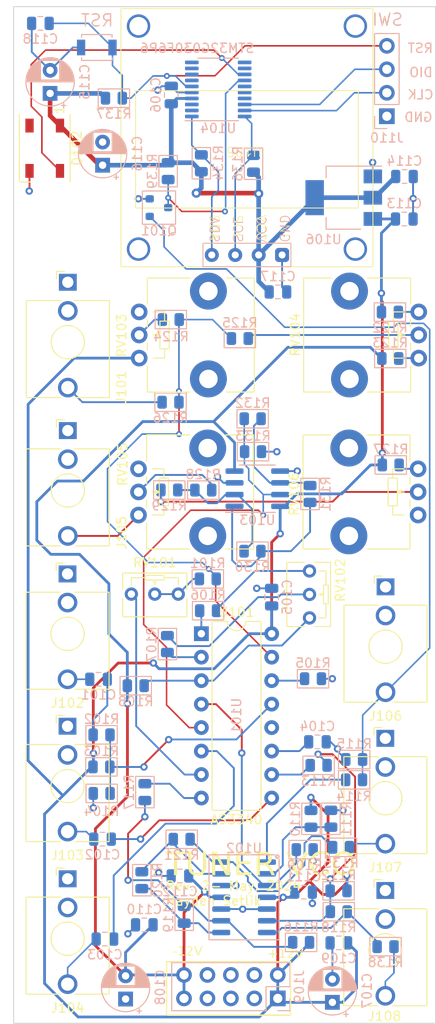
<source format=kicad_pcb>
(kicad_pcb (version 20221018) (generator pcbnew)
  (layers (0 "F.Cu" signal) (1 "In1.Cu" signal) (2 "In2.Cu" signal) (31 "B.Cu" signal) (34 "B.Paste" user) (35 "F.Paste" user) (36 "B.SilkS" user "B.Silkscreen") (37 "F.SilkS" user "F.Silkscreen") (38 "B.Mask" user) (39 "F.Mask" user) (44 "Edge.Cuts" user))
  (net 0 "")
  (net 1 "Net-(C101-Pad2)")
  (net 2 "Net-(U101-HSync)")
  (net 3 "FM")
  (net 4 "Net-(U101-SSync)")
  (net 5 "HS")
  (net 6 "Net-(U101-TCAP)")
  (net 7 "SS")
  (net 9 "Net-(J101-PadT)")
  (net 12 "PULSE_OUT")
  (net 15 "Net-(J105-PadT)")
  (net 20 "PITCH_CV")
  (net 21 "TRI_OUT")
  (net 22 "SAW_OUT")
  (net 23 "PWM_CV")
  (net 24 "SDA")
  (net 25 "SCL")
  (net 26 "V_INTR")
  (net 27 "Net-(R101-Pad2)")
  (net 28 "Net-(U101-LinFM)")
  (net 29 "Net-(U101-Scale)")
  (net 30 "Net-(R106-Pad1)")
  (net 31 "Net-(U101-SCALE1)")
  (net 32 "Net-(R107-Pad1)")
  (net 33 "Net-(U101-SCALE2)")
  (net 34 "Net-(U101-VEE)")
  (net 35 "Net-(U101-PULSE)")
  (net 36 "Net-(U102A--)")
  (net 37 "Net-(U102B--)")
  (net 38 "Net-(U101-TRI)")
  (net 39 "Net-(U102C--)")
  (net 40 "Net-(U101-SAW)")
  (net 41 "Net-(R118-Pad2)")
  (net 42 "Net-(R119-Pad2)")
  (net 43 "Net-(U102D--)")
  (net 44 "Net-(R121-Pad2)")
  (net 45 "Net-(R122-Pad2)")
  (net 46 "Net-(R123-Pad1)")
  (net 47 "Net-(R124-Pad1)")
  (net 48 "Net-(R125-Pad1)")
  (net 49 "Net-(R127-Pad1)")
  (net 50 "Net-(R128-Pad1)")
  (net 51 "Net-(U103A--)")
  (net 52 "Net-(R129-Pad1)")
  (net 53 "Net-(R130-Pad2)")
  (net 54 "Net-(U103B--)")
  (net 55 "Net-(U101-HFTrack)")
  (net 56 "Net-(R114-Pad1)")
  (net 57 "+12V")
  (net 58 "GND")
  (net 59 "+3.3V")
  (net 60 "-12V")
  (net 61 "PIXEL")
  (net 62 "SWCLK")
  (net 63 "SWDIO")
  (net 64 "NRST")
  (footprint "Package_DIP:DIP-16_W7.62mm" (layer "F.Cu") (at 20.34 67.85)
    (fp_text reference "U101")
    (fp_text value "AS3340")
  )
  (footprint "Connector_Audio:Jack_3.5mm_QingPu_WQP-PJ398SM_Vertical_CircularHoles" (layer "F.Cu") (at 40.278099 79.169478)
    (fp_text reference "J107")
    (fp_text value "Saw")
  )
  (footprint "PCM_Potentiometer_THT_AKL:Potentiometer_Bourns_3266Y_Vertical" (layer "F.Cu") (at 17.835 63.565)
    (fp_text reference "RV101")
    (fp_text value "20k Trim2" hide)
  )
  (footprint "Connector_Audio:Jack_3.5mm_QingPu_WQP-PJ398SM_Vertical_CircularHoles" (layer "F.Cu") (at 5.84 77.86)
    (fp_text reference "J103")
    (fp_text value "HARD SYNC")
  )
  (footprint "Connector_Audio:Jack_3.5mm_QingPu_WQP-PJ398SM_Vertical_CircularHoles" (layer "F.Cu") (at 5.84 61.38)
    (fp_text reference "J102")
    (fp_text value "FM")
  )
  (footprint "Display:SSD1306_OLED_128x64" (layer "F.Cu") (at 38.9325 28.14 180)
    (fp_text reference "U105")
    (fp_text value "~")
  )
  (footprint "PCM_Potentiometer_THT_AKL:Potentiometer_Alps_RK09L_Single_Vertical" (layer "F.Cu") (at 43.825 50.01 180)
    (fp_text reference "RV106")
    (fp_text value "10k Pulse Width" hide)
  )
  (footprint "Connector_Audio:Jack_3.5mm_QingPu_WQP-PJ398SM_Vertical_CircularHoles" (layer "F.Cu") (at 5.87 29.82)
    (fp_text reference "J101")
    (fp_text value "1V/OCT")
  )
  (footprint "Connector_Audio:Jack_3.5mm_QingPu_WQP-PJ398SM_Vertical_CircularHoles" (layer "F.Cu") (at 5.85 94.37)
    (fp_text reference "J104")
    (fp_text value "SOFT SYNC")
  )
  (footprint "LED_SMD:LED_WS2812B_PLCC4_5.0x5.0mm_P3.2mm" (layer "F.Cu") (at 3.37 15.32 -90)
    (fp_text reference "D102")
    (fp_text value "WS2812B")
  )
  (footprint "Connector_Audio:Jack_3.5mm_QingPu_WQP-PJ398SM_Vertical_CircularHoles" (layer "F.Cu") (at 40.278099 95.629478)
    (fp_text reference "J108")
    (fp_text value "Triangle")
  )
  (footprint "PCM_Potentiometer_THT_AKL:Potentiometer_Alps_RK09L_Single_Vertical" (layer "F.Cu") (at 43.895 33.03 180)
    (fp_text reference "RV104")
    (fp_text value "10k Fine" hide)
  )
  (footprint "PCM_Potentiometer_THT_AKL:Potentiometer_Alps_RK09L_Single_Vertical" (layer "F.Cu") (at 13.53 55.01)
    (fp_text reference "RV105")
    (fp_text value "10k PWM Depth" hide)
  )
  (footprint "PCM_Potentiometer_THT_AKL:Potentiometer_Bourns_3266Y_Vertical" (layer "F.Cu") (at 32.06 66.14 -90)
    (fp_text reference "RV102")
    (fp_text value "10k Trim1" hide)
  )
  (footprint "PCM_Potentiometer_THT_AKL:Potentiometer_Alps_RK09L_Single_Vertical" (layer "F.Cu") (at 13.605 38.03)
    (fp_text reference "RV103")
    (fp_text value "10k Coarse" hide)
  )
  (footprint "Connector_Audio:Jack_3.5mm_QingPu_WQP-PJ398SM_Vertical_CircularHoles" (layer "F.Cu") (at 5.87 45.87)
    (fp_text reference "J105")
    (fp_text value "PWM")
  )
  (footprint "Connector_Audio:Jack_3.5mm_QingPu_WQP-PJ398SM_Vertical_CircularHoles" (layer "F.Cu") (at 40.298099 62.779478)
    (fp_text reference "J106")
    (fp_text value "Pulse")
  )
  (footprint "PCM_Resistor_SMD_AKL:R_0805_2012Metric" (layer "B.Cu") (at 10.8625 9.905)
    (fp_text reference "R137")
    (fp_text value "47k" hide)
  )
  (footprint "Capacitor_SMD:C_0805_2012Metric" (layer "B.Cu") (at 17.08 9.56 -90)
    (fp_text reference "C106")
    (fp_text value "100n")
  )
  (footprint "PCM_Resistor_SMD_AKL:R_0805_2012Metric" (layer "B.Cu") (at 35.21 95.67 180)
    (fp_text reference "R112")
    (fp_text value "220k" hide)
  )
  (footprint "PCM_Resistor_SMD_AKL:R_0805_2012Metric" (layer "B.Cu") (at 32.22 87.88 -90)
    (fp_text reference "R110")
    (fp_text value "100k" hide)
  )
  (footprint "PCM_Resistor_SMD_AKL:R_0805_2012Metric" (layer "B.Cu") (at 36.9025 81.46 180)
    (fp_text reference "R115")
    (fp_text value "2k2" hide)
  )
  (footprint "PCM_Resistor_SMD_AKL:R_0805_2012Metric" (layer "B.Cu") (at 20.55 52.31 180)
    (fp_text reference "R128")
    (fp_text value "100k" hide)
  )
  (footprint "PCM_Resistor_SMD_AKL:R_0805_2012Metric" (layer "B.Cu") (at 9.54 85.13)
    (fp_text reference "R104")
    (fp_text value "470" hide)
  )
  (footprint "Capacitor_SMD:C_0805_2012Metric" (layer "B.Cu") (at 18.02 94.06)
    (fp_text reference "C112")
    (fp_text value "100n")
  )
  (footprint "Connector_PinHeader_2.54mm:PinHeader_1x04_P2.54mm_Vertical" (layer "B.Cu") (at 40.44 11.86)
    (fp_text reference "J110")
    (fp_text value "SWI")
  )
  (footprint "Capacitor_SMD:C_0805_2012Metric" (layer "B.Cu") (at 42.33 22.98 180)
    (fp_text reference "C113")
    (fp_text value "100n")
  )
  (footprint "Capacitor_SMD:C_0805_2012Metric" (layer "B.Cu") (at 9.89 100.89)
    (fp_text reference "C103")
    (fp_text value "1n")
  )
  (footprint "Capacitor_SMD:C_0805_2012Metric" (layer "B.Cu") (at 32.92 79.55 180)
    (fp_text reference "C104")
    (fp_text value "1n")
  )
  (footprint "Capacitor_SMD:C_0805_2012Metric" (layer "B.Cu") (at 9.2 72.78)
    (fp_text reference "C101")
    (fp_text value "100n")
  )
  (footprint "PCM_Resistor_SMD_AKL:R_0805_2012Metric" (layer "B.Cu") (at 16.66 68.97 -90)
    (fp_text reference "R107")
    (fp_text value "5k6" hide)
  )
  (footprint "Capacitor_SMD:C_0805_2012Metric" (layer "B.Cu") (at 35.24 101.3)
    (fp_text reference "C109")
    (fp_text value "220n")
  )
  (footprint "Capacitor_SMD:C_0805_2012Metric" (layer "B.Cu") (at 28.64 30.87 180)
    (fp_text reference "C117")
    (fp_text value "100n")
  )
  (footprint "PCM_Resistor_SMD_AKL:R_0805_2012Metric" (layer "B.Cu") (at 25.99 17 -90)
    (fp_text reference "R136")
    (fp_text value "R_PULLUP" hide)
  )
  (footprint "PCM_Package_SO_AKL:SOIC-14_3.9x8.7mm_P1.27mm" (layer "B.Cu") (at 24.97 96.37 180)
    (fp_text reference "U102")
    (fp_text value "TL074" hide)
  )
  (footprint "PCM_Resistor_SMD_AKL:R_0805_2012Metric" (layer "B.Cu") (at 21.04 61.92 180)
    (fp_text reference "R101")
    (fp_text value "1M" hide)
  )
  (footprint "PCM_Resistor_SMD_AKL:R_0805_2012Metric" (layer "B.Cu") (at 17.03 33.86)
    (fp_text reference "R124")
    (fp_text value "100k" hide)
  )
  (footprint "PCM_Resistor_SMD_AKL:R_0805_2012Metric" (layer "B.Cu") (at 13.23 73.475)
    (fp_text reference "R108")
    (fp_text value "680" hide)
  )
  (footprint "PCM_Resistor_SMD_AKL:R_0805_2012Metric" (layer "B.Cu") (at 18.21 90.09)
    (fp_text reference "R121")
    (fp_text value "10k" hide)
  )
  (footprint "Capacitor_SMD:C_0805_2012Metric" (layer "B.Cu") (at 9.63 90.08)
    (fp_text reference "C102")
    (fp_text value "1n")
  )
  (footprint "PCM_Resistor_SMD_AKL:R_0805_2012Metric" (layer "B.Cu") (at 17 42.8)
    (fp_text reference "R126")
    (fp_text value "100k" hide)
  )
  (footprint "PCM_Resistor_SMD_AKL:R_0805_2012Metric" (layer "B.Cu") (at 35.23 97.93)
    (fp_text reference "R118")
    (fp_text value "92k" hide)
  )
  (footprint "PCM_Resistor_SMD_AKL:R_0805_2012Metric" (layer "B.Cu") (at 31.54 91.21)
    (fp_text reference "R109")
    (fp_text value "47k" hide)
  )
  (footprint "Capacitor_SMD:C_0805_2012Metric" (layer "B.Cu") (at 31.42 95.81 180)
    (fp_text reference "C111")
    (fp_text value "100n")
  )
  (footprint "PCM_Resistor_SMD_AKL:R_0805_2012Metric" (layer "B.Cu") (at 33.05 82.09)
    (fp_text reference "R113")
    (fp_text value "47k" hide)
  )
  (footprint "PCM_Resistor_SMD_AKL:R_0805_2012Metric" (layer "B.Cu") (at 40.77 33.05)
    (fp_text reference "R122")
    (fp_text value "680k" hide)
  )
  (footprint "PCM_Resistor_SMD_AKL:R_0805_2012Metric" (layer "B.Cu") (at 34.38 87.87 90)
    (fp_text reference "R111")
    (fp_text value "100k" hide)
  )
  (footprint "Package_SO:TSSOP-20_4.4x6.5mm_P0.65mm" (layer "B.Cu") (at 22.17 8.96)
    (fp_text reference "U104")
    (fp_text value "STM32G030F6P6")
  )
  (footprint "PCM_Resistor_SMD_AKL:R_0805_2012Metric" (layer "B.Cu") (at 35.48 90.96)
    (fp_text reference "R135")
    (fp_text value "1k" hide)
  )
  (footprint "PCM_Resistor_SMD_AKL:R_0805_2012Metric" (layer "B.Cu") (at 25.94 48.15 180)
    (fp_text reference "R133")
    (fp_text value "4k7" hide)
  )
  (footprint "PCM_Package_TO_SOT_SMD_AKL:SOT-23" (layer "B.Cu") (at 15.745 21.745)
    (fp_text reference "Q101")
    (fp_text value "BC847" hide)
  )
  (footprint "PCM_Resistor_SMD_AKL:R_0805_2012Metric" (layer "B.Cu") (at 32.44 72.72 180)
    (fp_text reference "R105")
    (fp_text value "1k8" hide)
  )
  (footprint "Capacitor_SMD:C_0805_2012Metric" (layer "B.Cu") (at 27.96 63.89 90)
    (fp_text reference "C105")
    (fp_text value "100n")
  )
  (footprint "Connector_PinHeader_2.54mm:PinHeader_2x05_P2.54mm_Vertical" (layer "B.Cu") (at 28.62 107.31 90)
    (fp_text reference "J109")
    (fp_text value "POWER")
  )
  (footprint "Capacitor_SMD:C_0805_2012Metric" (layer "B.Cu") (at 42.35 18.38 180)
    (fp_text reference "C114")
    (fp_text value "100n")
  )
  (footprint "PCM_Resistor_SMD_AKL:R_0805_2012Metric" (layer "B.Cu") (at 9.5275 78.79 180)
    (fp_text reference "R102")
    (fp_text value "1M" hide)
  )
  (footprint "PCM_Resistor_SMD_AKL:R_0805_2012Metric" (layer "B.Cu") (at 20.34 16.95 -90)
    (fp_text reference "R134")
    (fp_text value "R_PULLUP" hide)
  )
  (footprint "Button_Switch_SMD:SW_SPST_B3U-1000P" (layer "B.Cu") (at 9.01 4.42 180)
    (fp_text reference "SW101" hide)
    (fp_text value "RST")
  )
  (footprint "PCM_Resistor_SMD_AKL:R_0805_2012Metric" (layer "B.Cu") (at 9.51 82.26 180)
    (fp_text reference "R103")
    (fp_text value "1M5" hide)
  )
  (footprint "PCM_Resistor_SMD_AKL:R_0805_2012Metric" (layer "B.Cu") (at 40.3 101.71)
    (fp_text reference "R138")
    (fp_text value "1k" hide)
  )
  (footprint "PCM_Resistor_SMD_AKL:R_0805_2012Metric" (layer "B.Cu") (at 25.88 58.92)
    (fp_text reference "R130")
    (fp_text value "100k" hide)
  )
  (footprint "PCM_Resistor_SMD_AKL:R_0805_2012Metric" (layer "B.Cu") (at 36.89 83.66)
    (fp_text reference "R114")
    (fp_text value "2k2" hide)
  )
  (footprint "Capacitor_THT:CP_Radial_D5.0mm_P2.50mm" (layer "B.Cu") (at 3.95 9.39 90)
    (fp_text reference "C115")
    (fp_text value "4u7")
  )
  (footprint "Package_TO_SOT_SMD:SOT-223-3_TabPin2" (layer "B.Cu") (at 35.77 20.67 180)
    (fp_text reference "U106")
    (fp_text value "AMS1117")
  )
  (footprint "PCM_Resistor_SMD_AKL:R_0805_2012Metric" (layer "B.Cu") (at 21.07 65.36 180)
    (fp_text reference "R106")
    (fp_text value "24k" hide)
  )
  (footprint "PCM_Resistor_SMD_AKL:R_0805_2012Metric" (layer "B.Cu") (at 18.48 98.26 -90)
    (fp_text reference "R119")
    (fp_text value "92k" hide)
  )
  (footprint "PCM_Resistor_SMD_AKL:R_0805_2012Metric" (layer "B.Cu") (at 40.81 38.07 180)
    (fp_text reference "R123")
    (fp_text value "680k" hide)
  )
  (footprint "PCM_Resistor_SMD_AKL:R_0805_2012Metric" (layer "B.Cu") (at 16.74 17.8 -90)
    (fp_text reference "R139")
    (fp_text value "47k" hide)
  )
  (footprint "PCM_Resistor_SMD_AKL:R_0805_2012Metric" (layer "B.Cu") (at 31.15 101.25 180)
    (fp_text reference "R116")
    (fp_text value "220k" hide)
  )
  (footprint "PCM_Resistor_SMD_AKL:R_0805_2012Metric" (layer "B.Cu") (at 16.87 52.3)
    (fp_text reference "R129")
    (fp_text value "100k" hide)
  )
  (footprint "Capacitor_THT:CP_Radial_D5.0mm_P2.50mm" (layer "B.Cu") (at 9.64 17.155113 90)
    (fp_text reference "C116")
    (fp_text value "10u")
  )
  (footprint "Capacitor_THT:CP_Radial_D5.0mm_P2.50mm" (layer "B.Cu") (at 12.13 107.375113 90)
    (fp_text reference "C108")
    (fp_text value "4u7")
  )
  (footprint "Capacitor_SMD:C_0805_2012Metric" (layer "B.Cu") (at 14.16 99.35 180)
    (fp_text reference "C110")
    (fp_text value "220n")
  )
  (footprint "Capacitor_THT:CP_Radial_D5.0mm_P2.50mm" (layer "B.Cu") (at 34.54 107.735112 90)
    (fp_text reference "C107")
    (fp_text value "4u7")
  )
  (footprint "PCM_Resistor_SMD_AKL:R_0805_2012Metric" (layer "B.Cu") (at 25.9 44.59 180)
    (fp_text reference "R132")
    (fp_text value "100k" hide)
  )
  (footprint "PCM_Resistor_SMD_AKL:R_0805_2012Metric" (layer "B.Cu") (at 40.86 49.59 180)
    (fp_text reference "R127")
    (fp_text value "12k" hide)
  )
  (footprint "PCM_Resistor_SMD_AKL:R_0805_2012Metric" (layer "B.Cu") (at 24.51 35.91 180)
    (fp_text reference "R125")
    (fp_text value "100k" hide)
  )
  (footprint "PCM_Resistor_SMD_AKL:R_0805_2012Metric" (layer "B.Cu") (at 14.22 84.99 -90)
    (fp_text reference "R117")
    (fp_text value "92k" hide)
  )
  (footprint "PCM_Resistor_SMD_AKL:R_0805_2012Metric" (layer "B.Cu") (at 13.89 94.52 90)
    (fp_text reference "R120")
    (fp_text value "10k" hide)
  )
  (footprint "Package_SO:SOIC-8_3.9x4.9mm_P1.27mm" (layer "B.Cu") (at 26.41 52.16)
    (fp_text reference "U103")
    (fp_text value "TL072")
  )
  (footprint "PCM_Resistor_SMD_AKL:R_0805_2012Metric" (layer "B.Cu") (at 32.12 52.73 90)
    (fp_text reference "R131")
    (fp_text value "100k" hide)
  )
  (footprint "Capacitor_SMD:C_0805_2012Metric" (layer "B.Cu") (at 2.9 1.81)
    (fp_text reference "C118")
    (fp_text value "100n")
  )
  (gr_rect (start 16.57 103.34) (end 30.01 109.12) (stroke (width 0.15)) (fill none) (layer "F.SilkS"))
  (gr_rect (start 0 0) (end 45.72 110) (stroke (width 0.1)) (fill none) (layer "Edge.Cuts"))
  (gr_text "RST" (at 10.91 2.25) (layer "B.SilkS") (effects (font (size 1.3 1.3)) (justify left bottom mirror)))
  (gr_text "GND" (at 45.48 12.55) (layer "B.SilkS") (effects (font (size 1 1)) (justify left bottom mirror)))
  (gr_text "SWI" (at 42.28 2.17) (layer "B.SilkS") (effects (font (size 1.3 1.3)) (justify left bottom mirror)))
  (gr_text "CLK" (at 45.59 10.11) (layer "B.SilkS") (effects (font (size 1 1)) (justify left bottom mirror)))
  (gr_text "DIO" (at 45.5 7.7) (layer "B.SilkS") (effects (font (size 1 1)) (justify left bottom mirror)))
  (gr_text "RST" (at 45.53 5.08) (layer "B.SilkS") (effects (font (size 1 1)) (justify left bottom mirror)))
  (gr_text "-12V" (at 17.24 102.85) (layer "F.SilkS") (effects (font (size 1 1)) (justify left bottom)))
  (gr_text "Rev. 2- May. 2024\nHayden Setlik" (at 16.39 97.34) (layer "F.SilkS") (effects (font (size 1 1)) (justify left bottom)))
  (gr_text "TUNER VCO" (at 16.47 94.4) (layer "F.SilkS") (effects (font (size 2.5 2.5)) (justify left bottom)))
  (gr_text "+12V" (at 27.51 103.1) (layer "F.SilkS") (effects (font (size 1 1)) (justify left bottom)))
  (segment (start 8.615 77.155) (end 10.15 75.62) (width 0.2) (layer "B.Cu") (net 1))
  (segment (start 8.615 78.79) (end 8.615 77.155) (width 0.2) (layer "B.Cu") (net 1))
  (segment (start 10.15 75.62) (end 10.15 72.78) (width 0.2) (layer "B.Cu") (net 1))
  (segment (start 15.78 88.04) (end 13.75 90.07) (width 0.2) (layer "F.Cu") (net 2))
  (segment (start 27.96 85.63) (end 25.55 88.04) (width 0.2) (layer "F.Cu") (net 2))
  (segment (start 25.55 88.04) (end 24.43 88.04) (width 0.2) (layer "F.Cu") (net 2))
  (segment (start 24.43 88.04) (end 15.78 88.04) (width 0.2) (layer "F.Cu") (net 2))
  (via (at 13.75 90.07) (size 0.8) (drill 0.4) (layers "F.Cu" "B.Cu") (net 2))
  (segment (start 10.59 90.07) (end 10.58 90.08) (width 0.2) (layer "B.Cu") (net 2))
  (segment (start 13.75 90.07) (end 10.59 90.07) (width 0.2) (layer "B.Cu") (net 2))
  (segment (start 8.25 72.78) (end 5.84 72.78) (width 0.17) (layer "B.Cu") (net 3))
  (segment (start 22.02 80.55) (end 20.34 80.55) (width 0.2) (layer "B.Cu") (net 4))
  (segment (start 10.84 100.89) (end 10.84 94.01) (width 0.2) (layer "B.Cu") (net 4))
  (segment (start 10.84 94.01) (end 16.45 88.4) (width 0.2) (layer "B.Cu") (net 4))
  (segment (start 21.93 88.4) (end 23.86 86.47) (width 0.2) (layer "B.Cu") (net 4))
  (segment (start 23.86 86.47) (end 23.86 82.39) (width 0.2) (layer "B.Cu") (net 4))
  (segment (start 23.86 82.39) (end 22.02 80.55) (width 0.2) (layer "B.Cu") (net 4))
  (segment (start 16.45 88.4) (end 21.93 88.4) (width 0.2) (layer "B.Cu") (net 4))
  (segment (start 8.68 90.08) (end 7.86 89.26) (width 0.17) (layer "B.Cu") (net 5))
  (segment (start 7.86 89.26) (end 5.84 89.26) (width 0.17) (layer "B.Cu") (net 5))
  (segment (start 30.97 80.55) (end 31.97 79.55) (width 0.2) (layer "B.Cu") (net 6))
  (segment (start 27.96 80.55) (end 30.97 80.55) (width 0.2) (layer "B.Cu") (net 6))
  (segment (start 5.85 105.77) (end 5.85 103.98) (width 0.17) (layer "B.Cu") (net 7))
  (segment (start 5.85 103.98) (end 8.94 100.89) (width 0.17) (layer "B.Cu") (net 7))
  (segment (start 16.0875 42.8) (end 7.45 42.8) (width 0.2) (layer "B.Cu") (net 9))
  (segment (start 7.45 42.8) (end 5.87 41.22) (width 0.2) (layer "B.Cu") (net 9))
  (segment (start 23.06 28.38) (end 18.69 28.38) (width 0.17) (layer "B.Cu") (net 12))
  (segment (start 18.69 28.38) (end 16.3 25.99) (width 0.17) (layer "B.Cu") (net 12))
  (segment (start 16.3 25.99) (end 16.3 24.25) (width 0.17) (layer "B.Cu") (net 12))
  (segment (start 41.62 34.27) (end 44.42 34.27) (width 0.17) (layer "B.Cu") (net 12))
  (segment (start 45.08 34.93) (end 45.08 69.397577) (width 0.17) (layer "B.Cu") (net 12))
  (segment (start 45.08 69.397577) (end 40.298099 74.179478) (width 0.17) (layer "B.Cu") (net 12))
  (segment (start 37.8025 83.66) (end 37.8025 81.4725) (width 0.17) (layer "B.Cu") (net 12))
  (segment (start 16.3 24.25) (end 14.745 22.695) (width 0.17) (layer "B.Cu") (net 12))
  (segment (start 41.2 34.69) (end 41.62 34.27) (width 0.17) (layer "B.Cu") (net 12))
  (segment (start 37.815 81.46) (end 37.815 76.662577) (width 0.17) (layer "B.Cu") (net 12))
  (segment (start 37.815 76.662577) (end 40.298099 74.179478) (width 0.17) (layer "B.Cu") (net 12))
  (segment (start 44.42 34.27) (end 45.08 34.93) (width 0.17) (layer "B.Cu") (net 12))
  (segment (start 29.37 34.69) (end 41.2 34.69) (width 0.17) (layer "B.Cu") (net 12))
  (segment (start 37.8025 81.4725) (end 37.815 81.46) (width 0.17) (layer "B.Cu") (net 12))
  (segment (start 23.06 28.38) (end 29.37 34.69) (width 0.17) (layer "B.Cu") (net 12))
  (segment (start 5.87 57.27) (end 11.27 57.27) (width 0.2) (layer "F.Cu") (net 15))
  (segment (start 11.27 57.27) (end 13.53 55.01) (width 0.2) (layer "F.Cu") (net 15))
  (segment (start 21.89 64.32) (end 21.89 61.59) (width 0.17) (layer "F.Cu") (net 20))
  (segment (start 17.92 46.25) (end 17.92 41.6075) (width 0.17) (layer "F.Cu") (net 20))
  (segment (start 17.92 41.6075) (end 17.9125 41.6) (width 0.17) (layer "F.Cu") (net 20))
  (segment (start 21.89 61.59) (end 21.14 60.84) (width 0.17) (layer "F.Cu") (net 20))
  (segment (start 27.96 70.39) (end 21.89 64.32) (width 0.17) (layer "F.Cu") (net 20))
  (via (at 21.14 60.84) (size 0.65) (drill 0.3) (layers "F.Cu" "B.Cu") (net 20))
  (via (at 17.9125 41.6) (size 0.65) (drill 0.3) (layers "F.Cu" "B.Cu") (net 20))
  (via (at 17.92 46.25) (size 0.65) (drill 0.3) (layers "F.Cu" "B.Cu") (net 20))
  (segment (start 20.45 60.15) (end 14.6 60.15) (width 0.17) (layer "B.Cu") (net 20))
  (segment (start 17.9125 42.8) (end 17.9125 41.6) (width 0.17) (layer "B.Cu") (net 20))
  (segment (start 21.9525 61.92) (end 21.9525 61.6525) (width 0.17) (layer "B.Cu") (net 20))
  (segment (start 13.54 46.63) (end 13.92 46.25) (width 0.17) (layer "B.Cu") (net 20))
  (segment (start 17.9125 41.6) (end 17.9125 33.89) (width 0.17) (layer "B.Cu") (net 20))
  (segment (start 10.17 50) (end 13.54 46.63) (width 0.17) (layer "B.Cu") (net 20))
  (segment (start 13.92 46.25) (end 17.92 46.25) (width 0.17) (layer "B.Cu") (net 20))
  (segment (start 21.5475 33.86) (end 23.5975 35.91) (width 0.17) (layer "B.Cu") (net 20))
  (segment (start 21.9525 61.6525) (end 21.14 60.84) (width 0.17) (layer "B.Cu") (net 20))
  (segment (start 17.9125 33.89) (end 17.9425 33.86) (width 0.17) (layer "B.Cu") (net 20))
  (segment (start 21.14 60.84) (end 20.45 60.15) (width 0.17) (layer "B.Cu") (net 20))
  (segment (start 17.9425 33.86) (end 21.5475 33.86) (width 0.17) (layer "B.Cu") (net 20))
  (segment (start 14.6 60.15) (end 10.17 55.72) (width 0.17) (layer "B.Cu") (net 20))
  (segment (start 10.17 55.72) (end 10.17 50) (width 0.17) (layer "B.Cu") (net 20))
  (segment (start 41.21 104.55) (end 41.21 101.7125) (width 0.17) (layer "B.Cu") (net 21))
  (segment (start 40.278099 105.481901) (end 41.21 104.55) (width 0.17) (layer "B.Cu") (net 21))
  (segment (start 41.21 101.7125) (end 41.2125 101.71) (width 0.17) (layer "B.Cu") (net 21))
  (segment (start 40.278099 107.029478) (end 40.278099 105.481901) (width 0.17) (layer "B.Cu") (net 21))
  (segment (start 36.3925 90.96) (end 36.783022 90.569478) (width 0.17) (layer "B.Cu") (net 22))
  (segment (start 36.783022 90.569478) (end 40.278099 90.569478) (width 0.17) (layer "B.Cu") (net 22))
  (segment (start 26.52 54.49) (end 27.05 55.02) (width 0.17) (layer "F.Cu") (net 23))
  (segment (start 14.08 59.59) (end 19.18 54.49) (width 0.17) (layer "F.Cu") (net 23))
  (segment (start 16.57 69.34) (end 14.09 66.86) (width 0.17) (layer "F.Cu") (net 23))
  (segment (start 19.02 78.01) (end 16.57 75.56) (width 0.17) (layer "F.Cu") (net 23))
  (segment (start 20.34 78.01) (end 19.02 78.01) (width 0.17) (layer "F.Cu") (net 23))
  (segment (start 14.09 59.6) (end 14.08 59.59) (width 0.17) (layer "F.Cu") (net 23))
  (segment (start 16.57 75.56) (end 16.57 69.34) (width 0.17) (layer "F.Cu") (net 23))
  (segment (start 14.09 66.86) (end 14.09 59.6) (width 0.17) (layer "F.Cu") (net 23))
  (segment (start 19.18 54.49) (end 26.52 54.49) (width 0.17) (layer "F.Cu") (net 23))
  (via (at 27.05 55.02) (size 0.65) (drill 0.3) (layers "F.Cu" "B.Cu") (net 23))
  (segment (start 28.88 52.79) (end 28.885 52.795) (width 0.17) (layer "B.Cu") (net 23))
  (segment (start 27.05 52.79) (end 27.06 52.79) (width 0.17) (layer "B.Cu") (net 23))
  (segment (start 24.9875 48.11) (end 25.0275 48.15) (width 0.17) (layer "B.Cu") (net 23))
  (segment (start 27.05 55.02) (end 27.05 52.8) (width 0.17) (layer "B.Cu") (net 23))
  (segment (start 25.01 48.1675) (end 25.0275 48.15) (width 0.17) (layer "B.Cu") (net 23))
  (segment (start 27.06 52.79) (end 28.88 52.79) (width 0.17) (layer "B.Cu") (net 23))
  (segment (start 25.47 50) (end 25.01 49.54) (width 0.17) (layer "B.Cu") (net 23))
  (segment (start 25.01 49.54) (end 25.01 48.1675) (width 0.17) (layer "B.Cu") (net 23))
  (segment (start 24.9875 44.59) (end 24.9875 48.11) (width 0.17) (layer "B.Cu") (net 23))
  (segment (start 27.05 52.8) (end 27.06 52.79) (width 0.17) (layer "B.Cu") (net 23))
  (segment (start 25.0275 48.15) (end 25.47 48.5925) (width 0.17) (layer "B.Cu") (net 23))
  (segment (start 25.47 51.21) (end 27.05 52.79) (width 0.17) (layer "B.Cu") (net 23))
  (segment (start 25.47 51.21) (end 25.47 50) (width 0.17) (layer "B.Cu") (net 23))
  (segment (start 20.34 16.0375) (end 22.18 17.8775) (width 0.17) (layer "B.Cu") (net 24))
  (segment (start 21.47 20.57) (end 21.47 26.87) (width 0.17) (layer "B.Cu") (net 24))
  (segment (start 19.3075 15.005) (end 20.34 16.0375) (width 0.17) (layer "B.Cu") (net 24))
  (segment (start 22.18 19.86) (end 21.47 20.57) (width 0.17) (layer "B.Cu") (net 24))
  (segment (start 22.18 17.8775) (end 22.18 19.86) (width 0.17) (layer "B.Cu") (net 24))
  (segment (start 19.3075 11.885) (end 19.3075 15.005) (width 0.17) (layer "B.Cu") (net 24))
  (segment (start 25.7925 12.645) (end 25.7925 15.89) (width 0.17) (layer "B.Cu") (net 25))
  (segment (start 25.99 16.0875) (end 24.01 18.0675) (width 0.17) (layer "B.Cu") (net 25))
  (segment (start 25.7925 12.645) (end 25.0325 11.885) (width 0.17) (layer "B.Cu") (net 25))
  (segment (start 25.7925 15.89) (end 25.99 16.0875) (width 0.17) (layer "B.Cu") (net 25))
  (segment (start 24.01 18.0675) (end 24.01 26.87) (width 0.17) (layer "B.Cu") (net 25))
  (segment (start 18.225 22.16) (end 16.745 20.68) (width 0.17) (layer "F.Cu") (net 26))
  (segment (start 22.9 22.16) (end 18.225 22.16) (width 0.17) (layer "F.Cu") (net 26))
  (via (at 16.745 20.68) (size 0.65) (drill 0.3) (layers "F.Cu" "B.Cu") (net 26))
  (via (at 22.9 22.16) (size 0.65) (drill 0.3) (layers "F.Cu" "B.Cu") (net 26))
  (segment (start 16.745 21.745) (end 16.745 20.68) (width 0.17) (layer "B.Cu") (net 26))
  (segment (start 22.97 22.09) (end 22.9 22.16) (width 0.17) (layer "B.Cu") (net 26))
  (segment (start 25.0325 7.985) (end 24.400528 7.985) (width 0.17) (layer "B.Cu") (net 26))
  (segment (start 16.745 20.68) (end 16.745 18.7175) (width 0.17) (layer "B.Cu") (net 26))
  (segment (start 22.97 16.45) (end 22.97 22.09) (width 0.17) (layer "B.Cu") (net 26))
  (segment (start 24.400528 7.985) (end 22.97 9.415528) (width 0.17) (layer "B.Cu") (net 26))
  (segment (start 22.97 9.415528) (end 22.97 16.45) (width 0.17) (layer "B.Cu") (net 26))
  (segment (start 16.745 18.7175) (end 16.74 18.7125) (width 0.17) (layer "B.Cu") (net 26))
  (segment (start 15.295 63.565) (end 17.835 63.565) (width 0.2) (layer "B.Cu") (net 27))
  (segment (start 19.48 61.92) (end 20.1275 61.92) (width 0.2) (layer "B.Cu") (net 27))
  (segment (start 17.835 63.565) (end 19.48 61.92) (width 0.2) (layer "B.Cu") (net 27))
  (segment (start 14.12 81.99) (end 14.12 82.27) (width 0.2) (layer "F.Cu") (net 28))
  (segment (start 16.8 79.31) (end 14.12 81.99) (width 0.2) (layer "F.Cu") (net 28))
  (via (at 16.8 79.31) (size 0.8) (drill 0.4) (layers "F.Cu" "B.Cu") (net 28))
  (via (at 14.12 82.27) (size 0.8) (drill 0.4) (layers "F.Cu" "B.Cu") (net 28))
  (segment (start 14.12 82.27) (end 10.4325 82.27) (width 0.2) (layer "B.Cu") (net 28))
  (segment (start 24.14 79.29) (end 16.82 79.29) (width 0.2) (layer "B.Cu") (net 28))
  (segment (start 10.4325 82.27) (end 10.4225 82.26) (width 0.2) (layer "B.Cu") (net 28))
  (segment (start 27.96 75.47) (end 24.14 79.29) (width 0.2) (layer "B.Cu") (net 28))
  (segment (start 16.82 79.29) (end 16.8 79.31) (width 0.2) (layer "B.Cu") (net 28))
  (segment (start 10.4525 85.13) (end 10.4525 78.8025) (width 0.2) (layer "B.Cu") (net 28))
  (segment (start 10.4525 78.8025) (end 10.44 78.79) (width 0.2) (layer "B.Cu") (net 28))
  (segment (start 27.96 72.93) (end 31.3175 72.93) (width 0.2) (layer "B.Cu") (net 29))
  (segment (start 31.3175 72.93) (end 31.5275 72.72) (width 0.2) (layer "B.Cu") (net 29))
  (segment (start 21.9825 65.36) (end 21.9825 65.2175) (width 0.2) (layer "B.Cu") (net 30))
  (segment (start 26.14 61.06) (end 32.06 61.06) (width 0.2) (layer "B.Cu") (net 30))
  (segment (start 21.9825 65.2175) (end 26.14 61.06) (width 0.2) (layer "B.Cu") (net 30))
  (segment (start 20.34 65.5425) (end 20.1575 65.36) (width 0.2) (layer "B.Cu") (net 31))
  (segment (start 20.34 67.85) (end 20.34 65.5425) (width 0.2) (layer "B.Cu") (net 31))
  (segment (start 26.5 63.89) (end 28.68 63.89) (width 0.2) (layer "B.Cu") (net 32))
  (segment (start 21.2 69.19) (end 26.5 63.89) (width 0.2) (layer "B.Cu") (net 32))
  (segment (start 17.7925 69.19) (end 21.2 69.19) (width 0.2) (layer "B.Cu") (net 32))
  (segment (start 28.68 63.89) (end 28.97 63.6) (width 0.2) (layer "B.Cu") (net 32))
  (segment (start 16.66 68.0575) (end 17.7925 69.19) (width 0.2) (layer "B.Cu") (net 32))
  (segment (start 28.97 63.6) (end 32.06 63.6) (width 0.2) (layer "B.Cu") (net 32))
  (segment (start 17.1675 70.39) (end 20.34 70.39) (width 0.2) (layer "B.Cu") (net 33))
  (segment (start 16.66 69.8825) (end 17.1675 70.39) (width 0.2) (layer "B.Cu") (net 33))
  (segment (start 32.06 66.14) (end 29.07 69.13) (width 0.2) (layer "B.Cu") (net 34))
  (segment (start 25.46 69.13) (end 21.66 72.93) (width 0.2) (layer "B.Cu") (net 34))
  (segment (start 21.66 72.93) (end 20.34 72.93) (width 0.2) (layer "B.Cu") (net 34))
  (segment (start 14.1425 73.475) (end 14.6875 72.93) (width 0.2) (layer "B.Cu") (net 34))
  (segment (start 29.07 69.13) (end 25.46 69.13) (width 0.2) (layer "B.Cu") (net 34))
  (segment (start 14.6875 72.93) (end 20.34 72.93) (width 0.2) (layer "B.Cu") (net 34))
  (segment (start 24.72 80.76) (end 24.72 78.26) (width 0.2) (layer "F.Cu") (net 35))
  (segment (start 21.93 75.47) (end 20.34 75.47) (width 0.2) (layer "F.Cu") (net 35))
  (segment (start 24.72 78.26) (end 21.93 75.47) (width 0.2) (layer "F.Cu") (net 35))
  (via (at 24.72 80.76) (size 0.8) (drill 0.4) (layers "F.Cu" "B.Cu") (net 35))
  (segment (start 28.21 95.1) (end 27.445 95.1) (width 0.2) (layer "B.Cu") (net 35))
  (segment (start 27.445 95.1) (end 27.103604 95.1) (width 0.2) (layer "B.Cu") (net 35))
  (segment (start 24.72 92.716396) (end 24.72 80.76) (width 0.2) (layer "B.Cu") (net 35))
  (segment (start 30.6275 92.6825) (end 28.21 95.1) (width 0.2) (layer "B.Cu") (net 35))
  (segment (start 30.6275 91.21) (end 30.6275 92.6825) (width 0.2) (layer "B.Cu") (net 35))
  (segment (start 27.103604 95.1) (end 24.72 92.716396) (width 0.2) (layer "B.Cu") (net 35))
  (segment (start 32.2175 88.79) (end 32.22 88.7925) (width 0.2) (layer "B.Cu") (net 36))
  (segment (start 32.23 88.7825) (end 34.38 88.7825) (width 0.2) (layer "B.Cu") (net 36))
  (segment (start 32.22 88.7925) (end 32.23 88.7825) (width 0.2) (layer "B.Cu") (net 36))
  (segment (start 28.25 93.83) (end 29.16 92.92) (width 0.2) (layer "B.Cu") (net 36))
  (segment (start 27.445 93.83) (end 28.25 93.83) (width 0.2) (layer "B.Cu") (net 36))
  (segment (start 29.16 92.92) (end 29.16 90.18) (width 0.2) (layer "B.Cu") (net 36))
  (segment (start 27.445 93.83) (end 28.38 93.83) (width 0.2) (layer "B.Cu") (net 36))
  (segment (start 30.55 88.79) (end 32.2175 88.79) (width 0.2) (layer "B.Cu") (net 36))
  (segment (start 29.16 90.18) (end 30.55 88.79) (width 0.2) (layer "B.Cu") (net 36))
  (segment (start 37 91.68) (end 34.3 94.38) (width 0.2) (layer "F.Cu") (net 37))
  (segment (start 34.55 80.88) (end 37 83.33) (width 0.2) (layer "F.Cu") (net 37))
  (segment (start 32.99 80.88) (end 34.55 80.88) (width 0.2) (layer "F.Cu") (net 37))
  (segment (start 37 83.33) (end 37 91.68) (width 0.2) (layer "F.Cu") (net 37))
  (via (at 32.99 80.88) (size 0.8) (drill 0.4) (layers "F.Cu" "B.Cu") (net 37))
  (via (at 34.3 94.38) (size 0.8) (drill 0.4) (layers "F.Cu" "B.Cu") (net 37))
  (segment (start 34.3 94.38) (end 34.3 95.6675) (width 0.2) (layer "B.Cu") (net 37))
  (segment (start 34.3175 97.93) (end 34.3175 95.69) (width 0.2) (layer "B.Cu") (net 37))
  (segment (start 34.3175 97.93) (end 33.3375 98.91) (width 0.2) (layer "B.Cu") (net 37))
  (segment (start 34.3175 95.69) (end 34.2975 95.67) (width 0.2) (layer "B.Cu") (net 37))
  (segment (start 33.3375 98.91) (end 27.445 98.91) (width 0.2) (layer "B.Cu") (net 37))
  (segment (start 33.9625 81.8525) (end 32.99 80.88) (width 0.2) (layer "B.Cu") (net 37))
  (segment (start 34.3 95.6675) (end 34.2975 95.67) (width 0.2) (layer "B.Cu") (net 37))
  (segment (start 33.9625 82.09) (end 33.9625 81.8525) (width 0.2) (layer "B.Cu") (net 37))
  (segment (start 27.96 83.09) (end 31.1375 83.09) (width 0.2) (layer "B.Cu") (net 38))
  (segment (start 31.1375 83.09) (end 32.1375 82.09) (width 0.2) (layer "B.Cu") (net 38))
  (segment (start 12.4 89.48) (end 14.22 87.66) (width 0.2) (layer "F.Cu") (net 39))
  (segment (start 12.4 94.52) (end 12.4 89.48) (width 0.2) (layer "F.Cu") (net 39))
  (via (at 14.22 87.66) (size 0.8) (drill 0.4) (layers "F.Cu" "B.Cu") (net 39))
  (via (at 12.4 94.52) (size 0.8) (drill 0.4) (layers "F.Cu" "B.Cu") (net 39))
  (segment (start 14.99 94.52) (end 12.4 94.52) (width 0.2) (layer "B.Cu") (net 39))
  (segment (start 14.22 87.66) (end 14.22 85.9025) (width 0.2) (layer "B.Cu") (net 39))
  (segment (start 18.4775 97.3475) (end 15.65 94.52) (width 0.2) (layer "B.Cu") (net 39))
  (segment (start 26.03 101.73) (end 29.7575 101.73) (width 0.2) (layer "B.Cu") (net 39))
  (segment (start 29.7575 101.73) (end 30.2375 101.25) (width 0.2) (layer "B.Cu") (net 39))
  (segment (start 18.48 97.3475) (end 19.5275 97.3475) (width 0.2) (layer "B.Cu") (net 39))
  (segment (start 23.21 98.91) (end 26.03 101.73) (width 0.2) (layer "B.Cu") (net 39))
  (segment (start 21.09 98.91) (end 22.495 98.91) (width 0.2) (layer "B.Cu") (net 39))
  (segment (start 18.48 97.3475) (end 18.4775 97.3475) (width 0.2) (layer "B.Cu") (net 39))
  (segment (start 15.65 94.52) (end 14.99 94.52) (width 0.2) (layer "B.Cu") (net 39))
  (segment (start 22.495 98.91) (end 23.21 98.91) (width 0.2) (layer "B.Cu") (net 39))
  (segment (start 19.5275 97.3475) (end 21.09 98.91) (width 0.2) (layer "B.Cu") (net 39))
  (segment (start 16.8925 84.0775) (end 14.22 84.0775) (width 0.2) (layer "B.Cu") (net 40))
  (segment (start 18.46 85.63) (end 16.9 84.07) (width 0.2) (layer "B.Cu") (net 40))
  (segment (start 16.9 84.07) (end 16.8925 84.0775) (width 0.2) (layer "B.Cu") (net 40))
  (segment (start 20.34 85.63) (end 18.46 85.63) (width 0.2) (layer "B.Cu") (net 40))
  (segment (start 39.3875 101.175) (end 39.3875 101.71) (width 0.2) (layer "B.Cu") (net 41))
  (segment (start 28.55 100.18) (end 29.05 99.68) (width 0.2) (layer "B.Cu") (net 41))
  (segment (start 34.3925 99.68) (end 36.1425 97.93) (width 0.2) (layer "B.Cu") (net 41))
  (segment (start 36.1425 97.93) (end 39.3875 101.175) (width 0.2) (layer "B.Cu") (net 41))
  (segment (start 27.445 100.18) (end 28.55 100.18) (width 0.2) (layer "B.Cu") (net 41))
  (segment (start 29.05 99.68) (end 34.3925 99.68) (width 0.2) (layer "B.Cu") (net 41))
  (segment (start 14.74 95.4325) (end 18.48 99.1725) (width 0.2) (layer "B.Cu") (net 42))
  (segment (start 13.89 95.4325) (end 14.74 95.4325) (width 0.2) (layer "B.Cu") (net 42))
  (segment (start 20.0425 99.1725) (end 18.48 99.1725) (width 0.2) (layer "B.Cu") (net 42))
  (segment (start 21.05 100.18) (end 20.0425 99.1725) (width 0.2) (layer "B.Cu") (net 42))
  (segment (start 22.495 100.18) (end 21.05 100.18) (width 0.2) (layer "B.Cu") (net 42))
  (segment (start 20.57 93.83) (end 22.495 93.83) (width 0.2) (layer "B.Cu") (net 43))
  (segment (start 13.89 93.6075) (end 13.89 93.4975) (width 0.2) (layer "B.Cu") (net 43))
  (segment (start 13.89 93.4975) (end 17.2975 90.09) (width 0.2) (layer "B.Cu") (net 43))
  (segment (start 17.2975 90.09) (end 17.2975 90.5575) (width 0.2) (layer "B.Cu") (net 43))
  (segment (start 17.2975 90.5575) (end 20.57 93.83) (width 0.2) (layer "B.Cu") (net 43))
  (segment (start 23.75 92.56) (end 25.38 94.19) (width 0.2) (layer "B.Cu") (net 44))
  (segment (start 25.38 94.646396) (end 26.433604 95.7) (width 0.2) (layer "B.Cu") (net 44))
  (segment (start 33.3675 89.76) (end 34.5675 90.96) (width 0.2) (layer "B.Cu") (net 44))
  (segment (start 26.433604 95.7) (end 28.71 95.7) (width 0.2) (layer "B.Cu") (net 44))
  (segment (start 31.52 90.53) (end 32.29 89.76) (width 0.2) (layer "B.Cu") (net 44))
  (segment (start 22.495 92.56) (end 23.75 92.56) (width 0.2) (layer "B.Cu") (net 44))
  (segment (start 31.52 92.89) (end 31.52 90.53) (width 0.2) (layer "B.Cu") (net 44))
  (segment (start 19.1225 90.09) (end 21.5925 92.56) (width 0.2) (layer "B.Cu") (net 44))
  (segment (start 25.38 94.19) (end 25.38 94.646396) (width 0.2) (layer "B.Cu") (net 44))
  (segment (start 21.5925 92.56) (end 22.495 92.56) (width 0.2) (layer "B.Cu") (net 44))
  (segment (start 32.29 89.76) (end 33.3675 89.76) (width 0.2) (layer "B.Cu") (net 44))
  (segment (start 28.71 95.7) (end 31.52 92.89) (width 0.2) (layer "B.Cu") (net 44))
  (segment (start 41.6825 33.05) (end 41.7025 33.03) (width 0.2) (layer "B.Cu") (net 45))
  (segment (start 41.7025 33.03) (end 43.895 33.03) (width 0.2) (layer "B.Cu") (net 45))
  (segment (start 41.7225 38.07) (end 41.7625 38.03) (width 0.2) (layer "B.Cu") (net 46))
  (segment (start 41.7625 38.03) (end 43.895 38.03) (width 0.2) (layer "B.Cu") (net 46))
  (segment (start 13.605 35.53) (end 15.275 33.86) (width 0.2) (layer "B.Cu") (net 47))
  (segment (start 15.275 33.86) (end 16.1175 33.86) (width 0.2) (layer "B.Cu") (net 47))
  (segment (start 43.895 35.53) (end 25.8025 35.53) (width 0.2) (layer "B.Cu") (net 48))
  (segment (start 25.8025 35.53) (end 25.4225 35.91) (width 0.2) (layer "B.Cu") (net 48))
  (segment (start 41.7725 49.59) (end 42.1925 50.01) (width 0.2) (layer "B.Cu") (net 49))
  (segment (start 42.1925 50.01) (end 43.825 50.01) (width 0.2) (layer "B.Cu") (net 49))
  (segment (start 21.4625 52.31) (end 21.4625 51.6925) (width 0.2) (layer "B.Cu") (net 50))
  (segment (start 15.37 50.67) (end 13.53 52.51) (width 0.2) (layer "B.Cu") (net 50))
  (segment (start 21.4625 51.6925) (end 20.44 50.67) (width 0.2) (layer "B.Cu") (net 50))
  (segment (start 20.44 50.67) (end 15.37 50.67) (width 0.2) (layer "B.Cu") (net 50))
  (segment (start 21.0575 53.73) (end 19.6375 52.31) (width 0.2) (layer "B.Cu") (net 51))
  (segment (start 22.965 52.795) (end 22.03 53.73) (width 0.2) (layer "B.Cu") (net 51))
  (segment (start 19.6375 52.31) (end 17.7925 52.31) (width 0.2) (layer "B.Cu") (net 51))
  (segment (start 23.935 52.795) (end 22.965 52.795) (width 0.2) (layer "B.Cu") (net 51))
  (segment (start 24.276396 52.795) (end 23.935 52.795) (width 0.2) (layer "B.Cu") (net 51))
  (segment (start 25.88 58.0075) (end 25.88 54.398604) (width 0.2) (layer "B.Cu") (net 51))
  (segment (start 24.9675 58.92) (end 25.88 58.0075) (width 0.2) (layer "B.Cu") (net 51))
  (segment (start 17.7925 52.31) (end 17.7825 52.3) (width 0.2) (layer "B.Cu") (net 51))
  (segment (start 22.03 53.73) (end 21.0575 53.73) (width 0.2) (layer "B.Cu") (net 51))
  (segment (start 25.88 54.398604) (end 24.276396 52.795) (width 0.2) (layer "B.Cu") (net 51))
  (segment (start 15.96 53.56) (end 34.57 53.56) (width 0.2) (layer "F.Cu") (net 52))
  (segment (start 35.62 52.51) (end 43.825 52.51) (width 0.2) (layer "F.Cu") (net 52))
  (segment (start 34.57 53.56) (end 35.62 52.51) (width 0.2) (layer "F.Cu") (net 52))
  (via (at 15.96 53.56) (size 0.8) (drill 0.4) (layers "F.Cu" "B.Cu") (net 52))
  (segment (start 15.9575 52.3) (end 15.9575 53.5575) (width 0.2) (layer "B.Cu") (net 52))
  (segment (start 15.9575 53.5575) (end 15.96 53.56) (width 0.2) (layer "B.Cu") (net 52))
  (segment (start 23.68 59.9) (end 23.68 54.32) (width 0.2) (layer "B.Cu") (net 53))
  (segment (start 24.33 60.55) (end 23.68 59.9) (width 0.2) (layer "B.Cu") (net 53))
  (segment (start 23.68 54.32) (end 23.935 54.065) (width 0.2) (layer "B.Cu") (net 53))
  (segment (start 26.7925 59.4775) (end 25.72 60.55) (width 0.2) (layer "B.Cu") (net 53))
  (segment (start 25.72 60.55) (end 24.33 60.55) (width 0.2) (layer "B.Cu") (net 53))
  (segment (start 32.12 56.84) (end 30.04 58.92) (width 0.2) (layer "B.Cu") (net 53))
  (segment (start 26.7925 58.92) (end 26.7925 59.4775) (width 0.2) (layer "B.Cu") (net 53))
  (segment (start 30.04 58.92) (end 26.7925 58.92) (width 0.2) (layer "B.Cu") (net 53))
  (segment (start 32.12 53.6425) (end 32.12 56.84) (width 0.2) (layer "B.Cu") (net 53))
  (segment (start 26.03 45.3725) (end 26.8125 44.59) (width 0.2) (layer "B.Cu") (net 54))
  (segment (start 26.03 49.78) (end 26.03 45.3725) (width 0.2) (layer "B.Cu") (net 54))
  (segment (start 31.8275 51.525) (end 32.12 51.8175) (width 0.2) (layer "B.Cu") (net 54))
  (segment (start 28.885 51.525) (end 27.775 51.525) (width 0.2) (layer "B.Cu") (net 54))
  (segment (start 28.885 51.525) (end 31.8275 51.525) (width 0.2) (layer "B.Cu") (net 54))
  (segment (start 27.775 51.525) (end 26.03 49.78) (width 0.2) (layer "B.Cu") (net 54))
  (segment (start 18.52 83.09) (end 13.28 77.85) (width 0.2) (layer "B.Cu") (net 55))
  (segment (start 20.34 83.09) (end 18.52 83.09) (width 0.2) (layer "B.Cu") (net 55))
  (segment (start 13.28 77.85) (end 13.28 64.09) (width 0.2) (layer "B.Cu") (net 55))
  (segment (start 13.28 64.09) (end 12.755 63.565) (width 0.2) (layer "B.Cu") (net 55))
  (segment (start 35.9575 83.64) (end 35.9775 83.66) (width 0.2) (layer "B.Cu") (net 56))
  (segment (start 27.445 88.375) (end 32.18 83.64) (width 0.2) (layer "B.Cu") (net 56))
  (segment (start 32.18 83.64) (end 35.9575 83.64) (width 0.2) (layer "B.Cu") (net 56))
  (segment (start 27.445 92.56) (end 27.445 88.375) (width 0.2) (layer "B.Cu") (net 56))
  (segment (start 27.96 57.95) (end 28.88 57.03) (width 0.3) (layer "F.Cu") (net 57))
  (segment (start 33.48 96.06) (end 32.055 94.635) (width 0.3) (layer "F.Cu") (net 57))
  (segment (start 8.63 73.72) (end 8.63 80.78) (width 0.3) (layer "F.Cu") (net 57))
  (segment (start 39.95 48.3) (end 39.95 31.9425) (width 0.3) (layer "F.Cu") (net 57))
  (segment (start 30.32 96.37) (end 32.055 94.635) (width 0.3) (layer "F.Cu") (net 57))
  (segment (start 34.07 87.42) (end 32.21 85.56) (width 0.3) (layer "F.Cu") (net 57))
  (segment (start 36.11 94.78) (end 34.83 96.06) (width 0.3) (layer "F.Cu") (net 57))
  (segment (start 34.83 96.06) (end 33.48 96.06) (width 0.3) (layer "F.Cu") (net 57))
  (segment (start 27.96 67.85) (end 27.96 57.95) (width 0.3) (layer "F.Cu") (net 57))
  (segment (start 28.62 104.77) (end 28.62 96.96) (width 0.3) (layer "F.Cu") (net 57))
  (segment (start 36.11 94.02) (end 36.11 94.78) (width 0.3) (layer "F.Cu") (net 57))
  (segment (start 29.21 96.37) (end 30.32 96.37) (width 0.3) (layer "F.Cu") (net 57))
  (segment (start 39.85 31.8425) (end 39.95 31.9425) (width 0.3) (layer "F.Cu") (net 57))
  (segment (start 34.07 92.62) (end 34.07 87.42) (width 0.3) (layer "F.Cu") (net 57))
  (segment (start 32.055 94.635) (end 34.07 92.62) (width 0.3) (layer "F.Cu") (net 57))
  (segment (start 8.63 80.78) (end 8.64 80.79) (width 0.3) (layer "F.Cu") (net 57))
  (segment (start 15.14 71.02) (end 11.33 71.02) (width 0.3) (layer "F.Cu") (net 57))
  (segment (start 39.85 31.01) (end 39.85 31.8425) (width 0.3) (layer "F.Cu") (net 57))
  (segment (start 11.33 71.02) (end 8.63 73.72) (width 0.3) (layer "F.Cu") (net 57))
  (segment (start 28.62 96.96) (end 29.21 96.37) (width 0.3) (layer "F.Cu") (net 57))
  (via (at 39.95 48.3) (size 0.8) (drill 0.4) (layers "F.Cu" "B.Cu") (net 57))
  (via (at 15.14 71.02) (size 0.8) (drill 0.4) (layers "F.Cu" "B.Cu") (net 57))
  (via (at 36.11 94.02) (size 0.8) (drill 0.4) (layers "F.Cu" "B.Cu") (net 57))
  (via (at 29.21 96.37) (size 0.8) (drill 0.4) (layers "F.Cu" "B.Cu") (net 57))
  (via (at 28.88 57.03) (size 0.8) (drill 0.4) (layers "F.Cu" "B.Cu") (net 57))
  (via (at 32.21 85.56) (size 0.8) (drill 0.4) (layers "F.Cu" "B.Cu") (net 57))
  (via (at 8.64 80.79) (size 0.8) (drill 0.4) (layers "F.Cu" "B.Cu") (net 57))
  (via (at 39.85 31.01) (size 0.8) (drill 0.4) (layers "F.Cu" "B.Cu") (net 57))
  (segment (start 39.8575 31.0175) (end 39.85 31.01) (width 0.3) (layer "B.Cu") (net 57))
  (segment (start 36.1225 95.67) (end 36.1225 94.0325) (width 0.3) (layer "B.Cu") (net 57))
  (segment (start 34.54 107.735112) (end 35.634888 107.735112) (width 0.3) (layer "B.Cu") (net 57))
  (segment (start 21.73 71.64) (end 15.76 71.64) (width 0.3) (layer "B.Cu") (net 57))
  (segment (start 27.96 64.84) (end 27.96 67.85) (width 0.3) (layer "B.Cu") (net 57))
  (segment (start 38.68 49.59) (end 39.9475 49.59) (width 0.3) (layer "B.Cu") (net 57))
  (segment (start 28.62 107.31) (end 28.62 104.77) (width 0.3) (layer "B.Cu") (net 57))
  (segment (start 32.21 86.9575) (end 32.22 86.9675) (width 0.3) (layer "B.Cu") (net 57))
  (segment (start 8.5975 82.26) (end 8.45 82.26) (width 0.3) (layer "B.Cu") (net 57))
  (segment (start 39.85 24.51) (end 41.38 22.98) (width 0.3) (layer "B.Cu") (net 57))
  (segment (start 39.9475 48.3025) (end 39.95 48.3) (width 0.3) (layer "B.Cu") (net 57))
  (segment (start 39.9475 49.59) (end 39.9475 48.3025) (width 0.3) (layer "B.Cu") (net 57))
  (segment (start 32.0625 101.3275) (end 32.0625 101.25) (width 0.3) (layer "B.Cu") (net 57))
  (segment (start 37.15 102.26) (end 36.19 101.3) (width 0.3) (layer "B.Cu") (net 57))
  (segment (start 28.88 54.07) (end 28.885 54.065) (width 0.3) (layer "B.Cu") (net 57))
  (segment (start 28.88 57.03) (end 28.88 54.07) (width 0.3) (layer "B.Cu") (net 57))
  (segment (start 5.345 85.365) (end 3.35 87.36) (width 0.3) (layer "B.Cu") (net 57))
  (segment (start 37.15 106.22) (end 37.15 102.26) (width 0.3) (layer "B.Cu") (net 57))
  (segment (start 32.21 85.56) (end 32.21 86.9575) (width 0.3) (layer "B.Cu") (net 57))
  (segment (start 6.57 38.03) (end 1.57 43.03) (width 0.3) (layer "B.Cu") (net 57))
  (segment (start 15.76 71.64) (end 15.14 71.02) (width 0.3) (layer "B.Cu") (net 57))
  (segment (start 41.37 22.97) (end 41.38 22.98) (width 0.3) (layer "B.Cu") (net 57))
  (segment (start 29.333528 54.065) (end 30.678528 52.72) (width 0.3) (layer "B.Cu") (net 57))
  (segment (start 36.1225 94.0325) (end 36.11 94.02) (width 0.3) (layer "B.Cu") (net 57))
  (segment (start 29.045112 107.735112) (end 28.62 107.31) (width 0.3) (layer "B.Cu") (net 57))
  (segment (start 3.35 105.69) (end 6.98 109.32) (width 0.3) (layer "B.Cu") (net 57))
  (segment (start 25.52 67.85) (end 21.73 71.64) (width 0.3) (layer "B.Cu") (net 57))
  (segment (start 1.57 81.59) (end 5.345 85.365) (width 0.3) (layer "B.Cu") (net 57))
  (segment (start 30.678528 52.72) (end 35.55 52.72) (width 0.3) (layer "B.Cu") (net 57))
  (segment (start 29.91 96.37) (end 29.21 96.37) (width 0.3) (layer "B.Cu") (net 57))
  (segment (start 29.21 96.37) (end 27.445 96.37) (width 0.3) (layer "B.Cu") (net 57))
  (segment (start 35.634888 107.735112) (end 37.15 106.22) (width 0.3) (layer "B.Cu") (net 57))
  (segment (start 28.885 54.065) (end 29.333528 54.065) (width 0.3) (layer "B.Cu") (net 57))
  (segment (start 39.85 31.01) (end 39.85 24.51) (width 0.3) (layer "B.Cu") (net 57))
  (segment (start 3.35 87.36) (end 3.35 105.69) (width 0.3) (layer "B.Cu") (net 57))
  (segment (start 26.61 109.32) (end 28.62 107.31) (width 0.3) (layer "B.Cu") (net 57))
  (segment (start 34.54 107.735112) (end 29.045112 107.735112) (width 0.3) (layer "B.Cu") (net 57))
  (segment (start 1.57 43.03) (end 1.57 81.59) (width 0.3) (layer "B.Cu") (net 57))
  (segment (start 6.98 109.32) (end 26.61 109.32) (width 0.3) (layer "B.Cu") (net 57))
  (segment (start 8.64 80.79) (end 8.64 82.2175) (width 0.3) (layer "B.Cu") (net 57))
  (segment (start 30.47 95.81) (end 29.91 96.37) (width 0.3) (layer "B.Cu") (net 57))
  (segment (start 39.8575 33.05) (end 39.8575 31.0175) (width 0.3) (layer "B.Cu") (net 57))
  (segment (start 8.64 82.2175) (end 8.5975 82.26) (width 0.3) (layer "B.Cu") (net 57))
  (segment (start 27.96 67.85) (end 25.52 67.85) (width 0.3) (layer "B.Cu") (net 57))
  (segment (start 8.45 82.26) (end 5.345 85.365) (width 0.3) (layer "B.Cu") (net 57))
  (segment (start 28.62 104.77) (end 32.0625 101.3275) (width 0.3) (layer "B.Cu") (net 57))
  (segment (start 13.605 38.03) (end 6.57 38.03) (width 0.3) (layer "B.Cu") (net 57))
  (segment (start 35.55 52.72) (end 38.68 49.59) (width 0.3) (layer "B.Cu") (net 57))
  (segment (start 38.92 22.97) (end 41.37 22.97) (width 0.3) (layer "B.Cu") (net 57))
  (segment (start 1.72 17.77) (end 1.72 19.92) (width 0.2) (layer "F.Cu") (net 58))
  (segment (start 1.72 19.92) (end 1.69 19.95) (width 0.2) (layer "F.Cu") (net 58))
  (via (at 15.62 9.03) (size 0.8) (drill 0.4) (layers "F.Cu" "B.Cu") (net 58))
  (via (at 34.53 72.72) (size 0.8) (drill 0.4) (layers "F.Cu" "B.Cu") (net 58))
  (via (at 38.9 16.86) (size 0.8) (drill 0.4) (layers "F.Cu" "B.Cu") (net 58))
  (via (at 35.1 80.31) (size 0.8) (drill 0.4) (layers "F.Cu" "B.Cu") (net 58))
  (via (at 28.52 48.16) (size 0.8) (drill 0.4) (layers "F.Cu" "B.Cu") (net 58))
  (via (at 32.37 97.03) (size 0.8) (drill 0.4) (layers "F.Cu" "B.Cu") (net 58))
  (via (at 43.29 20.76) (size 0.8) (drill 0.4) (layers "F.Cu" "B.Cu") (net 58))
  (via (at 30.73 50.25) (size 0.8) (drill 0.4) (layers "F.Cu" "B.Cu") (net 58))
  (via (at 24.09 95.1) (size 0.8) (drill 0.4) (layers "F.Cu" "B.Cu") (net 58))
  (via (at 8.63 86.69) (size 0.8) (drill 0.4) (layers "F.Cu" "B.Cu") (net 58))
  (via (at 24.82 97.65) (size 0.8) (drill 0.4) (layers "F.Cu" "B.Cu") (net 58))
  (via (at 22.09 50.88) (size 0.8) (drill 0.4) (layers "F.Cu" "B.Cu") (net 58))
  (via (at 32.46 92.42) (size 0.8) (drill 0.4) (layers "F.Cu" "B.Cu") (net 58))
  (via (at 15.72 93.71) (size 0.8) (drill 0.4) (layers "F.Cu" "B.Cu") (net 58))
  (via (at 12.38 100.32) (size 0.8) (drill 0.4) (layers "F.Cu" "B.Cu") (net 58))
  (via (at 1.69 19.95) (size 0.8) (drill 0.4) (layers "F.Cu" "B.Cu") (net 58))
  (via (at 26.34 62.94) (size 0.8) (drill 0.4) (layers "F.Cu" "B.Cu") (net 58))
  (via (at 13.52 20.79) (size 0.8) (drill 0.4) (layers "F.Cu" "B.Cu") (net 58))
  (via (at 35.68 86.96) (size 0.8) (drill 0.4) (layers "F.Cu" "B.Cu") (net 58))
  (segment (start 1.95 1.81) (end 1.96 1.82) (width 0.2) (layer "B.Cu") (net 58))
  (segment (start 32.37 95.81) (end 32.37 97.03) (width 0.2) (layer "B.Cu") (net 58))
  (segment (start 24.82 97.65) (end 27.435 97.65) (width 0.2) (layer "B.Cu") (net 58))
  (segment (start 17.08 8.61) (end 16.04 8.61) (width 0.2) (layer "B.Cu") (net 58))
  (segment (start 27.96 62.94) (end 26.34 62.94) (width 0.2) (layer "B.Cu") (net 58))
  (segment (start 29.09 30.37) (end 29.59 30.87) (width 0.2) (layer "B.Cu") (net 58))
  (segment (start 43.29 20.76) (end 43.28 20.75) (width 0.2) (layer "B.Cu") (net 58))
  (segment (start 34.54 101.55) (end 34.54 105.235112) (width 0.2) (layer "B.Cu") (net 58))
  (segment (start 1.96 1.82) (end 1.96 4.9) (width 0.2) (layer "B.Cu") (net 58))
  (segment (start 22.495 95.1) (end 24.09 95.1) (width 0.2) (layer "B.Cu") (net 58))
  (segment (start 17.755 9.285) (end 17.08 8.61) (width 0.2) (layer "B.Cu") (net 58))
  (segment (start 43.28 20.75) (end 43.28 18.4) (width 0.2) (layer "B.Cu") (net 58))
  (segment (start 35.1 80.57) (end 35.99 81.46) (width 0.2) (layer "B.Cu") (net 58))
  (segment (start 29.09 26.87) (end 29.09 30.37) (width 0.2) (layer "B.Cu") (net 58))
  (segment (start 8.6275 85.13) (end 8.6275 86.6875) (width 0.2) (layer "B.Cu") (net 58))
  (segment (start 14.745 20.795) (end 13.525 20.795) (width 0.2) (layer "B.Cu") (net 58))
  (segment (start 35.6775 86.9575) (end 35.68 86.96) (width 0.2) (layer "B.Cu") (net 58))
  (segment (start 8.6275 86.6875) (end 8.63 86.69) (width 0.2) (layer "B.Cu") (net 58))
  (segment (start 26.8525 48.15) (end 28.51 48.15) (width 0.2) (layer "B.Cu") (net 58))
  (segment (start 24.81 97.64) (end 24.82 97.65) (width 0.2) (layer "B.Cu") (net 58))
  (segment (start 32.4525 92.4125) (end 32.46 92.42) (width 0.2) (layer "B.Cu") (net 58))
  (segment (start 22.735 51.525) (end 22.09 50.88) (width 0.2) (layer "B.Cu") (net 58))
  (segment (start 23.935 51.525) (end 22.735 51.525) (width 0.2) (layer "B.Cu") (net 58))
  (segment (start 38.92 18.37) (end 38.92 16.88) (width 0.2) (layer "B.Cu") (net 58))
  (segment (start 38.92 16.88) (end 38.9 16.86) (width 0.2) (layer "B.Cu") (net 58))
  (segment (start 43.28 18.4) (end 43.3 18.38) (width 0.2) (layer "B.Cu") (net 58))
  (segment (start 30.725 50.255) (end 30.73 50.25) (width 0.2) (layer "B.Cu") (net 58))
  (segment (start 19.3075 9.285) (end 17.755 9.285) (width 0.2) (layer "B.Cu") (net 58))
  (segment (start 13.21 99.49) (end 12.38 100.32) (width 0.2) (layer "B.Cu") (net 58))
  (segment (start 33.87 79.55) (end 34.34 79.55) (width 0.2) (layer "B.Cu") (net 58))
  (segment (start 16.07 94.06) (end 15.72 93.71) (width 0.2) (layer "B.Cu") (net 58))
  (segment (start 13.21 99.35) (end 13.21 99.49) (width 0.2) (layer "B.Cu") (net 58))
  (segment (start 22.495 97.64) (end 24.81 97.64) (width 0.2) (layer "B.Cu") (net 58))
  (segment (start 33.3525 72.72) (end 34.53 72.72) (width 0.2) (layer "B.Cu") (net 58))
  (segment (start 34.38 86.9575) (end 35.6775 86.9575) (width 0.2) (layer "B.Cu") (net 58))
  (segment (start 6.45 4.42) (end 6.435 4.405) (width 0.2) (layer "B.Cu") (net 58))
  (segment (start 7.31 4.42) (end 6.45 4.42) (width 0.2) (layer "B.Cu") (net 58))
  (segment (start 43.28 22.98) (end 43.28 20.77) (width 0.2) (layer "B.Cu") (net 58))
  (segment (start 27.435 97.65) (end 27.445 97.64) (width 0.2) (layer "B.Cu") (net 58))
  (segment (start 17.07 94.06) (end 16.07 94.06) (width 0.2) (layer "B.Cu") (net 58))
  (segment (start 34.29 101.3) (end 34.54 101.55) (width 0.2) (layer "B.Cu") (net 58))
  (segment (start 43.28 20.77) (end 43.29 20.76) (width 0.2) (layer "B.Cu") (net 58))
  (segment (start 1.96 4.9) (end 3.95 6.89) (width 0.2) (layer "B.Cu") (net 58))
  (segment (start 28.51 48.15) (end 28.52 48.16) (width 0.2) (layer "B.Cu") (net 58))
  (segment (start 28.885 50.255) (end 30.725 50.255) (width 0.2) (layer "B.Cu") (net 58))
  (segment (start 35.1 80.31) (end 35.1 80.57) (width 0.2) (layer "B.Cu") (net 58))
  (segment (start 6.435 4.405) (end 3.95 6.89) (width 0.2) (layer "B.Cu") (net 58))
  (segment (start 32.4525 91.21) (end 32.4525 92.4125) (width 0.2) (layer "B.Cu") (net 58))
  (segment (start 34.34 79.55) (end 35.1 80.31) (width 0.2) (layer "B.Cu") (net 58))
  (segment (start 13.525 20.795) (end 13.52 20.79) (width 0.2) (layer "B.Cu") (net 58))
  (segment (start 16.04 8.61) (end 15.62 9.03) (width 0.2) (layer "B.Cu") (net 58))
  (segment (start 9.64 17.155113) (end 9.305113 17.155113) (width 0.5) (layer "F.Cu") (net 59))
  (segment (start 3.95 11.8) (end 5.02 12.87) (width 0.5) (layer "F.Cu") (net 59))
  (segment (start 9.305113 17.155113) (end 5.02 12.87) (width 0.5) (layer "F.Cu") (net 59))
  (segment (start 26.5 20.18) (end 26.55 20.23) (width 0.5) (layer "F.Cu") (net 59))
  (segment (start 3.95 9.39) (end 3.95 11.8) (width 0.5) (layer "F.Cu") (net 59))
  (segment (start 19.79 20.18) (end 26.5 20.18) (width 0.5) (layer "F.Cu") (net 59))
  (via (at 19.79 20.18) (size 1) (drill 0.5) (layers "F.Cu" "B.Cu") (net 59))
  (via (at 26.55 20.23) (size 1) (drill 0.5) (layers "F.Cu" "B.Cu") (net 59))
  (segment (start 26.55 26.87) (end 26.55 29.73) (width 0.5) (layer "B.Cu") (net 59))
  (segment (start 26.55 26.87) (end 32.62 20.8) (width 0.5) (layer "B.Cu") (net 59))
  (segment (start 39.11 20.67) (end 41.4 18.38) (width 0.5) (layer "B.Cu") (net 59))
  (segment (start 17.655 9.935) (end 17.08 10.51) (width 0.3) (layer "B.Cu") (net 59))
  (segment (start 16.472387 17.155113) (end 9.64 17.155113) (width 0.5) (layer "B.Cu") (net 59))
  (segment (start 26.55 18.4725) (end 26.55 20.23) (width 0.5) (layer "B.Cu") (net 59))
  (segment (start 19.3075 9.935) (end 17.655 9.935) (width 0.3) (layer "B.Cu") (net 59))
  (segment (start 26.55 29.73) (end 27.69 30.87) (width 0.5) (layer "B.Cu") (net 59))
  (segment (start 38.92 20.67) (end 39.11 20.67) (width 0.5) (layer "B.Cu") (net 59))
  (segment (start 20.34 17.8625) (end 20.34 19.63) (width 0.5) (layer "B.Cu") (net 59))
  (segment (start 25.99 17.9125) (end 26.55 18.4725) (width 0.5) (layer "B.Cu") (net 59))
  (segment (start 9.95 9.905) (end 9.435 9.39) (width 0.5) (layer "B.Cu") (net 59))
  (segment (start 16.74 16.8875) (end 16.472387 17.155113) (width 0.5) (layer "B.Cu") (net 59))
  (segment (start 17.08 10.51) (end 17.08 16.5475) (width 0.5) (layer "B.Cu") (net 59))
  (segment (start 16.74 16.8875) (end 19.365 16.8875) (width 0.5) (layer "B.Cu") (net 59))
  (segment (start 19.365 16.8875) (end 20.34 17.8625) (width 0.5) (layer "B.Cu") (net 59))
  (segment (start 9.435 9.39) (end 3.95 9.39) (width 0.5) (layer "B.Cu") (net 59))
  (segment (start 32.62 20.67) (end 38.92 20.67) (width 0.5) (layer "B.Cu") (net 59))
  (segment (start 17.08 16.5475) (end 16.74 16.8875) (width 0.5) (layer "B.Cu") (net 59))
  (segment (start 32.62 20.8) (end 32.62 20.67) (width 0.5) (layer "B.Cu") (net 59))
  (segment (start 26.55 20.23) (end 26.55 26.87) (width 0.5) (layer "B.Cu") (net 59))
  (segment (start 20.34 19.63) (end 19.79 20.18) (width 0.5) (layer "B.Cu") (net 59))
  (segment (start 12.33 75.43) (end 12.32 75.42) (width 0.3) (layer "F.Cu") (net 60))
  (segment (start 8.86 88.94) (end 12.33 85.47) (width 0.3) (layer "F.Cu") (net 60))
  (segment (start 18.46 104.77) (end 18.46 98.02) (width 0.3) (layer "F.Cu") (net 60))
  (segment (start 18.46 98.02) (end 20.695 95.785) (width 0.3) (layer "F.Cu") (net 60))
  (segment (start 8.86 91.48) (end 8.86 88.94) (width 0.3) (layer "F.Cu") (net 60))
  (segment (start 8.86 101.605113) (end 8.86 91.48) (width 0.3) (layer "F.Cu") (net 60))
  (segment (start 12.33 85.47) (end 12.33 75.43) (width 0.3) (layer "F.Cu") (net 60))
  (segment (start 12.13 104.875113) (end 8.86 101.605113) (width 0.3) (layer "F.Cu") (net 60))
  (via (at 12.32 75.42) (size 0.8) (drill 0.4) (layers "F.Cu" "B.Cu") (net 60))
  (via (at 20.695 95.785) (size 0.8) (drill 0.4) (layers "F.Cu" "B.Cu") (net 60))
  (segment (start 23.94 47.17) (end 23.94 50.25) (width 0.3) (layer "B.Cu") (net 60))
  (segment (start 39.8975 38.07) (end 39.87 38.07) (width 0.3) (layer "B.Cu") (net 60))
  (segment (start 12.32 75.42) (end 12.32 73.4775) (width 0.3) (layer "B.Cu") (net 60))
  (segment (start 4.75 51.33) (end 7.56 51.33) (width 0.3) (layer "B.Cu") (net 60))
  (segment (start 21.28 96.37) (end 20.695 95.785) (width 0.3) (layer "B.Cu") (net 60))
  (segment (start 7.14 59.26) (end 4.03 59.26) (width 0.3) (layer "B.Cu") (net 60))
  (segment (start 38.66 36.86) (end 29.71 36.86) (width 0.3) (layer "B.Cu") (net 60))
  (segment (start 12.3175 73.475) (end 12.3175 69.8775) (width 0.3) (layer "B.Cu") (net 60))
  (segment (start 12.13 102.33) (end 15.11 99.35) (width 0.3) (layer "B.Cu") (net 60))
  (segment (start 2.51 53.57) (end 4.75 51.33) (width 0.3) (layer "B.Cu") (net 60))
  (segment (start 39.87 38.07) (end 38.66 36.86) (width 0.3) (layer "B.Cu") (net 60))
  (segment (start 18.46 107.31) (end 18.46 104.77) (width 0.3) (layer "B.Cu") (net 60))
  (segment (start 12.235113 104.77) (end 12.13 104.875113) (width 0.3) (layer "B.Cu") (net 60))
  (segment (start 13.99 44.9) (end 21.67 44.9) (width 0.3) (layer "B.Cu") (net 60))
  (segment (start 29.71 36.86) (end 21.67 44.9) (width 0.3) (layer "B.Cu") (net 60))
  (segment (start 12.13 104.875113) (end 12.13 102.33) (width 0.3) (layer "B.Cu") (net 60))
  (segment (start 10.32 67.88) (end 10.32 62.44) (width 0.3) (layer "B.Cu") (net 60))
  (segment (start 20.695 95.785) (end 18.97 94.06) (width 0.3) (layer "B.Cu") (net 60))
  (segment (start 22.495 96.37) (end 21.28 96.37) (width 0.3) (layer "B.Cu") (net 60))
  (segment (start 12.32 73.4775) (end 12.3175 73.475) (width 0.3) (layer "B.Cu") (net 60))
  (segment (start 21.67 44.9) (end 23.94 47.17) (width 0.3) (layer "B.Cu") (net 60))
  (segment (start 7.56 51.33) (end 13.99 44.9) (width 0.3) (layer "B.Cu") (net 60))
  (segment (start 23.94 50.25) (end 23.935 50.255) (width 0.3) (layer "B.Cu") (net 60))
  (segment (start 2.51 57.74) (end 2.51 53.57) (width 0.3) (layer "B.Cu") (net 60))
  (segment (start 4.03 59.26) (end 2.51 57.74) (width 0.3) (layer "B.Cu") (net 60))
  (segment (start 10.32 62.44) (end 7.14 59.26) (width 0.3) (layer "B.Cu") (net 60))
  (segment (start 12.3175 69.8775) (end 10.32 67.88) (width 0.3) (layer "B.Cu") (net 60))
  (segment (start 18.46 104.77) (end 12.235113 104.77) (width 0.3) (layer "B.Cu") (net 60))
  (segment (start 22.56 5.56) (end 21.7 4.7) (width 0.17) (layer "F.Cu") (net 61))
  (segment (start 21.37 4.7) (end 3.46 4.7) (width 0.17) (layer "F.Cu") (net 61))
  (segment (start 1.91 6.25) (end 1.91 10.78) (width 0.17) (layer "F.Cu") (net 61))
  (segment (start 3.06 11.93) (end 3.06 15.81) (width 0.17) (layer "F.Cu") (net 61))
  (segment (start 21.7 4.7) (end 21.37 4.7) (width 0.17) (layer "F.Cu") (net 61))
  (segment (start 3.06 15.81) (end 5.02 17.77) (width 0.17) (layer "F.Cu") (net 61))
  (segment (start 3.46 4.7) (end 1.91 6.25) (width 0.17) (layer "F.Cu") (net 61))
  (segment (start 1.91 10.78) (end 3.06 11.93) (width 0.17) (layer "F.Cu") (net 61))
  (via (at 22.56 5.56) (size 0.65) (drill 0.3) (layers "F.Cu" "B.Cu") (net 61))
  (segment (start 25.0325 7.335) (end 24.335 7.335) (width 0.17) (layer "B.Cu") (net 61))
  (segment (start 24.335 7.335) (end 22.56 5.56) (width 0.17) (layer "B.Cu") (net 61))
  (segment (start 25.0475 11.25) (end 25.0325 11.235) (width 0.17) (layer "B.Cu") (net 62))
  (segment (start 34.99 11.25) (end 25.0475 11.25) (width 0.17) (layer "B.Cu") (net 62))
  (segment (start 36.92 9.32) (end 34.99 11.25) (width 0.17) (layer "B.Cu") (net 62))
  (segment (start 40.44 9.32) (end 36.92 9.32) (width 0.17) (layer "B.Cu") (net 62))
  (segment (start 36.97 6.78) (end 40.44 6.78) (width 0.17) (layer "B.Cu") (net 63))
  (segment (start 33.165 10.585) (end 36.97 6.78) (width 0.17) (layer "B.Cu") (net 63))
  (segment (start 25.0325 10.585) (end 33.165 10.585) (width 0.17) (layer "B.Cu") (net 63))
  (segment (start 21.82 7.48) (end 16.62 7.48) (width 0.17) (layer "F.Cu") (net 64))
  (segment (start 16.62 7.48) (end 16.6 7.5) (width 0.17) (layer "F.Cu") (net 64))
  (segment (start 25.06 4.24) (end 21.82 7.48) (width 0.17) (layer "F.Cu") (net 64))
  (segment (start 40.44 4.24) (end 25.06 4.24) (width 0.17) (layer "F.Cu") (net 64))
  (via (at 16.6 7.5) (size 0.65) (drill 0.3) (layers "F.Cu" "B.Cu") (net 64))
  (segment (start 16.6 7.5) (end 15.11 7.5) (width 0.17) (layer "B.Cu") (net 64))
  (segment (start 11.775 7.445) (end 11.775 9.905) (width 0.17) (layer "B.Cu") (net 64))
  (segment (start 17.540528 7.5) (end 16.6 7.5) (width 0.17) (layer "B.Cu") (net 64))
  (segment (start 3.85 1.81) (end 8.1 1.81) (width 0.17) (layer "B.Cu") (net 64))
  (segment (start 10.71 4.42) (end 10.71 6.38) (width 0.17) (layer "B.Cu") (net 64))
  (segment (start 10.71 6.38) (end 11.775 7.445) (width 0.17) (layer "B.Cu") (net 64))
  (segment (start 18.675528 8.635) (end 17.540528 7.5) (width 0.17) (layer "B.Cu") (net 64))
  (segment (start 8.1 1.81) (end 10.71 4.42) (width 0.17) (layer "B.Cu") (net 64))
  (segment (start 15.11 7.5) (end 12.705 9.905) (width 0.17) (layer "B.Cu") (net 64))
  (segment (start 12.705 9.905) (end 11.775 9.905) (width 0.17) (layer "B.Cu") (net 64))
  (segment (start 19.3075 8.635) (end 18.675528 8.635) (width 0.17) (layer "B.Cu") (net 64))
)
</source>
